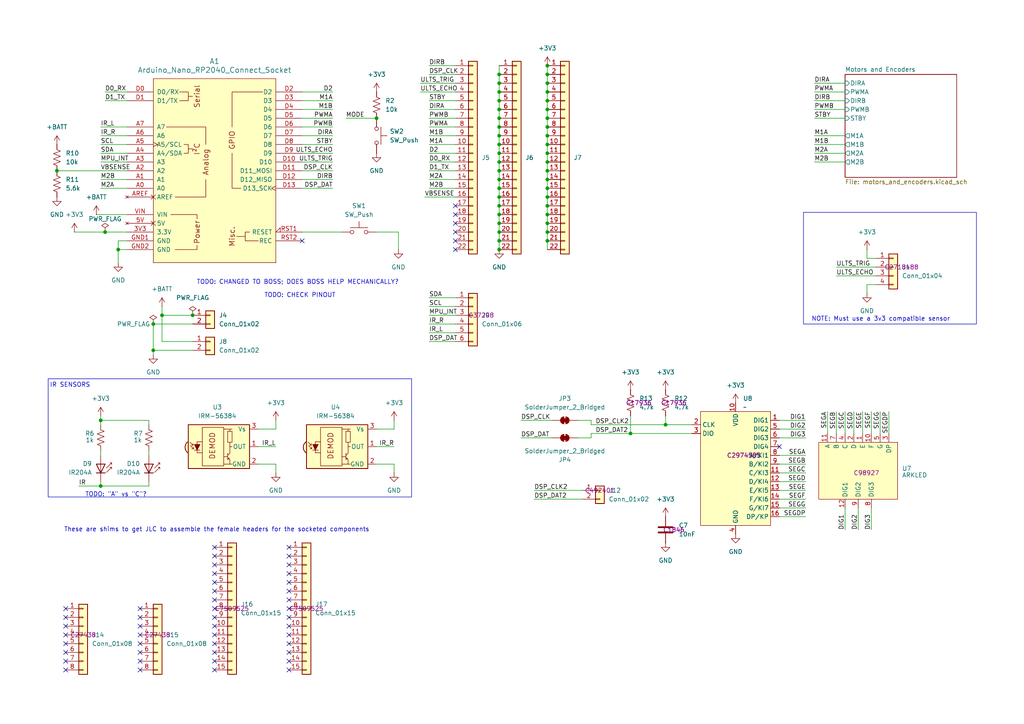
<source format=kicad_sch>
(kicad_sch (version 20250114) (generator "eeschema") (generator_version "9.0")
  (paper "A4")
  (lib_symbols
    (symbol "Arduino:Arduino_Nano_RP2040_Connect_Socket" (pin_names (offset 1.016))
      (property "Reference" "A" (at 0 33.02 0))
      (property "Value" "Arduino_Nano_RP2040_Connect_Socket" (at 0 29.21 0))
      (symbol "Arduino_Nano_RP2040_Connect_Socket_0_0"
        (text "Serial" (at -5.08 21.59 900) (effects (font (size 1.524 1.524))))
        (text "I²C" (at -5.08 6.35 900) (effects (font (size 1.524 1.524))))
        (text "Power" (at -5.08 -17.78 900) (effects (font (size 1.524 1.524))))
        (text "Analog" (at -2.54 2.54 900) (effects (font (size 1.524 1.524))))
        (text "Misc." (at 5.08 -19.05 900) (effects (font (size 1.524 1.524))))
      )
      (symbol "Arduino_Nano_RP2040_Connect_Socket_1_0"
        (text "GPIO" (at 5.08 8.89 900) (effects (font (size 1.524 1.524))))
      )
      (symbol "Arduino_Nano_RP2040_Connect_Socket_1_1"
        (pin bidirectional line (at -25.4 22.86 0) (length 7.62) (name "D0/RX") (number "D0"))
        (pin bidirectional line (at -25.4 20.32 0) (length 7.62) (name "D1/TX") (number "D1"))
        (pin input line (at -25.4 12.7 0) (length 7.62) (name "A7") (number "A7"))
        (pin input line (at -25.4 10.16 0) (length 7.62) (name "A6") (number "A6"))
        (pin bidirectional clock (at -25.4 7.62 0) (length 7.62) (name "A5/SCL") (number "A5"))
        (pin bidirectional line (at -25.4 5.08 0) (length 7.62) (name "A4/SDA") (number "A4"))
        (pin bidirectional line (at -25.4 2.54 0) (length 7.62) (name "A3") (number "A3"))
        (pin bidirectional line (at -25.4 0 0) (length 7.62) (name "A2") (number "A2"))
        (pin bidirectional line (at -25.4 -2.54 0) (length 7.62) (name "A1") (number "A1"))
        (pin bidirectional line (at -25.4 -5.08 0) (length 7.62) (name "A0") (number "A0"))
        (pin no_connect non_logic (at -25.4 -7.62 0) (length 7.62) (name "AREF") (number "AREF"))
        (pin power_in line (at -25.4 -12.7 0) (length 7.62) (name "VIN") (number "VIN"))
        (pin no_connect non_logic (at -25.4 -15.24 0) (length 7.62) (name "5V") (number "5V"))
        (pin power_in line (at -25.4 -17.78 0) (length 7.62) (name "3.3V") (number "3V3"))
        (pin power_in line (at -25.4 -20.32 0) (length 7.62) (name "GND") (number "GND1"))
        (pin power_in line (at -25.4 -22.86 0) (length 7.62) (name "GND") (number "GND2"))
        (pin bidirectional line (at 25.4 22.86 180) (length 7.62) (name "D2") (number "D2"))
        (pin bidirectional line (at 25.4 20.32 180) (length 7.62) (name "D3") (number "D3"))
        (pin bidirectional line (at 25.4 17.78 180) (length 7.62) (name "D4") (number "D4"))
        (pin bidirectional line (at 25.4 15.24 180) (length 7.62) (name "D5") (number "D5"))
        (pin bidirectional line (at 25.4 12.7 180) (length 7.62) (name "D6") (number "D6"))
        (pin bidirectional line (at 25.4 10.16 180) (length 7.62) (name "D7") (number "D7"))
        (pin bidirectional line (at 25.4 7.62 180) (length 7.62) (name "D8") (number "D8"))
        (pin bidirectional line (at 25.4 5.08 180) (length 7.62) (name "D9") (number "D9"))
        (pin bidirectional line (at 25.4 2.54 180) (length 7.62) (name "D10") (number "D10"))
        (pin bidirectional line (at 25.4 0 180) (length 7.62) (name "D11_MOSI") (number "D11"))
        (pin bidirectional line (at 25.4 -2.54 180) (length 7.62) (name "D12_MISO") (number "D12"))
        (pin bidirectional clock (at 25.4 -5.08 180) (length 7.62) (name "D13_SCK") (number "D13"))
        (pin open_collector input_low (at 25.4 -17.78 180) (length 7.62) (name "RESET") (number "RST1"))
        (pin bidirectional line (at 25.4 -20.32 180) (length 7.62) (name "REC") (number "RST2"))
      )
    )
    (symbol "Connector_Generic:Conn_01x02" (pin_names (offset 1.016) (hide yes))
      (property "Reference" "J" (at 0 2.54 0))
      (property "Value" "Conn_01x02" (at 0 -5.08 0))
      (symbol "Conn_01x02_1_1"
        (pin passive line (at -5.08 0 0) (length 3.81) (name "Pin_1") (number "1"))
        (pin passive line (at -5.08 -2.54 0) (length 3.81) (name "Pin_2") (number "2"))
      )
    )
    (symbol "Connector_Generic:Conn_01x04" (pin_names (offset 1.016) (hide yes))
      (property "Reference" "J" (at 0 5.08 0))
      (property "Value" "Conn_01x04" (at 0 -7.62 0))
      (symbol "Conn_01x04_1_1"
        (pin passive line (at -5.08 2.54 0) (length 3.81) (name "Pin_1") (number "1"))
        (pin passive line (at -5.08 0 0) (length 3.81) (name "Pin_2") (number "2"))
        (pin passive line (at -5.08 -2.54 0) (length 3.81) (name "Pin_3") (number "3"))
        (pin passive line (at -5.08 -5.08 0) (length 3.81) (name "Pin_4") (number "4"))
      )
    )
    (symbol "Connector_Generic:Conn_01x06" (pin_names (offset 1.016) (hide yes))
      (property "Reference" "J" (at 0 7.62 0))
      (property "Value" "Conn_01x06" (at 0 -10.16 0))
      (symbol "Conn_01x06_1_1"
        (pin passive line (at -5.08 5.08 0) (length 3.81) (name "Pin_1") (number "1"))
        (pin passive line (at -5.08 2.54 0) (length 3.81) (name "Pin_2") (number "2"))
        (pin passive line (at -5.08 0 0) (length 3.81) (name "Pin_3") (number "3"))
        (pin passive line (at -5.08 -2.54 0) (length 3.81) (name "Pin_4") (number "4"))
        (pin passive line (at -5.08 -5.08 0) (length 3.81) (name "Pin_5") (number "5"))
        (pin passive line (at -5.08 -7.62 0) (length 3.81) (name "Pin_6") (number "6"))
      )
    )
    (symbol "Connector_Generic:Conn_01x08" (pin_names (offset 1.016) (hide yes))
      (property "Reference" "J" (at 0 10.16 0))
      (property "Value" "Conn_01x08" (at 0 -12.7 0))
      (symbol "Conn_01x08_1_1"
        (pin passive line (at -5.08 7.62 0) (length 3.81) (name "Pin_1") (number "1"))
        (pin passive line (at -5.08 5.08 0) (length 3.81) (name "Pin_2") (number "2"))
        (pin passive line (at -5.08 2.54 0) (length 3.81) (name "Pin_3") (number "3"))
        (pin passive line (at -5.08 0 0) (length 3.81) (name "Pin_4") (number "4"))
        (pin passive line (at -5.08 -2.54 0) (length 3.81) (name "Pin_5") (number "5"))
        (pin passive line (at -5.08 -5.08 0) (length 3.81) (name "Pin_6") (number "6"))
        (pin passive line (at -5.08 -7.62 0) (length 3.81) (name "Pin_7") (number "7"))
        (pin passive line (at -5.08 -10.16 0) (length 3.81) (name "Pin_8") (number "8"))
      )
    )
    (symbol "Connector_Generic:Conn_01x15" (pin_names (offset 1.016) (hide yes))
      (property "Reference" "J" (at 0 20.32 0))
      (property "Value" "Conn_01x15" (at 0 -20.32 0))
      (symbol "Conn_01x15_1_1"
        (pin passive line (at -5.08 17.78 0) (length 3.81) (name "Pin_1") (number "1"))
        (pin passive line (at -5.08 15.24 0) (length 3.81) (name "Pin_2") (number "2"))
        (pin passive line (at -5.08 12.7 0) (length 3.81) (name "Pin_3") (number "3"))
        (pin passive line (at -5.08 10.16 0) (length 3.81) (name "Pin_4") (number "4"))
        (pin passive line (at -5.08 7.62 0) (length 3.81) (name "Pin_5") (number "5"))
        (pin passive line (at -5.08 5.08 0) (length 3.81) (name "Pin_6") (number "6"))
        (pin passive line (at -5.08 2.54 0) (length 3.81) (name "Pin_7") (number "7"))
        (pin passive line (at -5.08 0 0) (length 3.81) (name "Pin_8") (number "8"))
        (pin passive line (at -5.08 -2.54 0) (length 3.81) (name "Pin_9") (number "9"))
        (pin passive line (at -5.08 -5.08 0) (length 3.81) (name "Pin_10") (number "10"))
        (pin passive line (at -5.08 -7.62 0) (length 3.81) (name "Pin_11") (number "11"))
        (pin passive line (at -5.08 -10.16 0) (length 3.81) (name "Pin_12") (number "12"))
        (pin passive line (at -5.08 -12.7 0) (length 3.81) (name "Pin_13") (number "13"))
        (pin passive line (at -5.08 -15.24 0) (length 3.81) (name "Pin_14") (number "14"))
        (pin passive line (at -5.08 -17.78 0) (length 3.81) (name "Pin_15") (number "15"))
      )
    )
    (symbol "Connector_Generic:Conn_01x22" (pin_names (offset 1.016) (hide yes))
      (property "Reference" "J" (at 0 27.94 0))
      (property "Value" "Conn_01x22" (at 0 -30.48 0))
      (symbol "Conn_01x22_1_1"
        (pin passive line (at -5.08 25.4 0) (length 3.81) (name "Pin_1") (number "1"))
        (pin passive line (at -5.08 22.86 0) (length 3.81) (name "Pin_2") (number "2"))
        (pin passive line (at -5.08 20.32 0) (length 3.81) (name "Pin_3") (number "3"))
        (pin passive line (at -5.08 17.78 0) (length 3.81) (name "Pin_4") (number "4"))
        (pin passive line (at -5.08 15.24 0) (length 3.81) (name "Pin_5") (number "5"))
        (pin passive line (at -5.08 12.7 0) (length 3.81) (name "Pin_6") (number "6"))
        (pin passive line (at -5.08 10.16 0) (length 3.81) (name "Pin_7") (number "7"))
        (pin passive line (at -5.08 7.62 0) (length 3.81) (name "Pin_8") (number "8"))
        (pin passive line (at -5.08 5.08 0) (length 3.81) (name "Pin_9") (number "9"))
        (pin passive line (at -5.08 2.54 0) (length 3.81) (name "Pin_10") (number "10"))
        (pin passive line (at -5.08 0 0) (length 3.81) (name "Pin_11") (number "11"))
        (pin passive line (at -5.08 -2.54 0) (length 3.81) (name "Pin_12") (number "12"))
        (pin passive line (at -5.08 -5.08 0) (length 3.81) (name "Pin_13") (number "13"))
        (pin passive line (at -5.08 -7.62 0) (length 3.81) (name "Pin_14") (number "14"))
        (pin passive line (at -5.08 -10.16 0) (length 3.81) (name "Pin_15") (number "15"))
        (pin passive line (at -5.08 -12.7 0) (length 3.81) (name "Pin_16") (number "16"))
        (pin passive line (at -5.08 -15.24 0) (length 3.81) (name "Pin_17") (number "17"))
        (pin passive line (at -5.08 -17.78 0) (length 3.81) (name "Pin_18") (number "18"))
        (pin passive line (at -5.08 -20.32 0) (length 3.81) (name "Pin_19") (number "19"))
        (pin passive line (at -5.08 -22.86 0) (length 3.81) (name "Pin_20") (number "20"))
        (pin passive line (at -5.08 -25.4 0) (length 3.81) (name "Pin_21") (number "21"))
        (pin passive line (at -5.08 -27.94 0) (length 3.81) (name "Pin_22") (number "22"))
      )
    )
    (symbol "Custom:AIP650"
      (property "Reference" "U" (at 0 0 0))
      (symbol "AIP650_1_1"
        (pin input line (at -12.7 8.89 0) (length 2.54) (name "CLK") (number "2"))
        (pin bidirectional line (at -12.7 6.35 0) (length 2.54) (name "DIO") (number "3"))
        (pin power_in line (at 0 15.24 270) (length 2.54) (name "VDD") (number "10"))
        (pin power_in line (at 0 -22.86 90) (length 2.54) (name "GND") (number "4"))
        (pin output line (at 12.7 10.16 180) (length 2.54) (name "DIG1") (number "1"))
        (pin output line (at 12.7 7.62 180) (length 2.54) (name "DIG2") (number "5"))
        (pin output line (at 12.7 5.08 180) (length 2.54) (name "DIG3") (number "6"))
        (pin output line (at 12.7 2.54 180) (length 2.54) (name "DIG4") (number "7"))
        (pin bidirectional line (at 12.7 0 180) (length 2.54) (name "A/KI1") (number "8"))
        (pin bidirectional line (at 12.7 -2.54 180) (length 2.54) (name "B/KI2") (number "9"))
        (pin bidirectional line (at 12.7 -5.08 180) (length 2.54) (name "C/KI3") (number "11"))
        (pin bidirectional line (at 12.7 -7.62 180) (length 2.54) (name "D/KI4") (number "12"))
        (pin bidirectional line (at 12.7 -10.16 180) (length 2.54) (name "E/KI5") (number "13"))
        (pin bidirectional line (at 12.7 -12.7 180) (length 2.54) (name "F/KI6") (number "14"))
        (pin bidirectional line (at 12.7 -15.24 180) (length 2.54) (name "G/KI7") (number "15"))
        (pin bidirectional line (at 12.7 -17.78 180) (length 2.54) (name "DP/KP") (number "16"))
      )
    )
    (symbol "Custom:LED_SEGMENT_3DIG"
      (property "Reference" "U" (at 0 0 0))
      (symbol "LED_SEGMENT_3DIG_1_1"
        (pin input line (at -8.89 11.43 270) (length 2.54) (name "A") (number "11"))
        (pin input line (at -6.35 11.43 270) (length 2.54) (name "B") (number "7"))
        (pin input line (at -3.81 11.43 270) (length 2.54) (name "C") (number "4"))
        (pin input line (at -3.81 -10.16 90) (length 2.54) (name "DIG1") (number "12"))
        (pin input line (at -1.27 11.43 270) (length 2.54) (name "D") (number "2"))
        (pin input line (at 0 -10.16 90) (length 2.54) (name "DIG2") (number "9"))
        (pin input line (at 1.27 11.43 270) (length 2.54) (name "E") (number "1"))
        (pin input line (at 3.81 11.43 270) (length 2.54) (name "F") (number "10"))
        (pin input line (at 3.81 -10.16 90) (length 2.54) (name "DIG3") (number "8"))
        (pin input line (at 6.35 11.43 270) (length 2.54) (name "G") (number "5"))
        (pin input line (at 8.89 11.43 270) (length 2.54) (name "DP") (number "3"))
        (pin no_connect non_logic (at 13.97 0 180) (length 2.54) (hide yes) (name "NC") (number "6"))
      )
    )
    (symbol "Device:C" (pin_numbers (hide yes)) (pin_names (offset 0.254))
      (property "Reference" "C" (at 0.635 2.54 0))
      (property "Value" "C" (at 0.635 -2.54 0))
      (symbol "C_1_1"
        (pin passive line (at 0 3.81 270) (length 2.794) (name "~") (number "1"))
        (pin passive line (at 0 -3.81 90) (length 2.794) (name "~") (number "2"))
      )
    )
    (symbol "Device:R_US" (pin_numbers (hide yes)) (pin_names (offset 0))
      (property "Reference" "R" (at 2.54 0 90))
      (property "Value" "R_US" (at -2.54 0 90))
      (symbol "R_US_1_1"
        (pin passive line (at 0 3.81 270) (length 1.27) (name "~") (number "1"))
        (pin passive line (at 0 -3.81 90) (length 1.27) (name "~") (number "2"))
      )
    )
    (symbol "Interface_Optical:TSOP41xx" (pin_names (offset 1.016))
      (property "Reference" "U" (at -10.16 7.62 0))
      (property "Value" "TSOP41xx" (at -10.16 -7.62 0))
      (symbol "TSOP41xx_0_0"
        (text "DEMOD" (at -3.175 0.254 900) (effects (font (size 1.524 1.524))))
      )
      (symbol "TSOP41xx_1_1"
        (pin power_in line (at 10.16 5.08 180) (length 2.54) (name "Vs") (number "3"))
        (pin output line (at 10.16 0 180) (length 2.54) (name "OUT") (number "1"))
        (pin power_in line (at 10.16 -5.08 180) (length 2.54) (name "GND") (number "2"))
      )
    )
    (symbol "Jumper:SolderJumper_2_Bridged" (pin_numbers (hide yes)) (pin_names (offset 0) (hide yes)) (exclude_from_sim yes) (in_bom no)
      (property "Reference" "JP" (at 0 2.032 0))
      (property "Value" "SolderJumper_2_Bridged" (at 0 -2.54 0))
      (symbol "SolderJumper_2_Bridged_1_1"
        (pin passive line (at -3.81 0 0) (length 2.54) (name "A") (number "1"))
        (pin passive line (at 3.81 0 180) (length 2.54) (name "B") (number "2"))
      )
    )
    (symbol "LED:IR204A" (pin_numbers (hide yes)) (pin_names (offset 1.016) (hide yes))
      (property "Reference" "D" (at 0.508 1.778 0))
      (property "Value" "IR204A" (at -1.016 -2.794 0))
      (symbol "IR204A_1_1"
        (pin passive line (at -5.08 0 0) (length 2.54) (name "K") (number "1"))
        (pin passive line (at 2.54 0 180) (length 2.54) (name "A") (number "2"))
      )
    )
    (symbol "Switch:SW_Push" (pin_numbers (hide yes)) (pin_names (offset 1.016) (hide yes))
      (property "Reference" "SW" (at 1.27 2.54 0))
      (property "Value" "SW_Push" (at 0 -1.524 0))
      (symbol "SW_Push_0_1"
        (pin passive line (at -5.08 0 0) (length 2.54) (name "1") (number "1"))
        (pin passive line (at 5.08 0 180) (length 2.54) (name "2") (number "2"))
      )
    )
    (symbol "power:+3V3" (power) (pin_numbers (hide yes)) (pin_names (offset 0) (hide yes))
      (property "Value" "+3V3" (at 0 3.556 0))
      (symbol "+3V3_1_1"
        (pin power_in line (at 0 0 90) (length 0) (name "~") (number "1"))
      )
    )
    (symbol "power:+BATT" (power) (pin_numbers (hide yes)) (pin_names (offset 0) (hide yes))
      (property "Value" "+BATT" (at 0 3.556 0))
      (symbol "+BATT_1_1"
        (pin power_in line (at 0 0 90) (length 0) (name "~") (number "1"))
      )
    )
    (symbol "power:GND" (power) (pin_numbers (hide yes)) (pin_names (offset 0) (hide yes))
      (property "Value" "GND" (at 0 -3.81 0))
      (symbol "GND_1_1"
        (pin power_in line (at 0 0 270) (length 0) (name "~") (number "1"))
      )
    )
    (symbol "power:PWR_FLAG" (power) (pin_numbers (hide yes)) (pin_names (offset 0) (hide yes))
      (property "Value" "PWR_FLAG" (at 0 3.81 0))
      (symbol "PWR_FLAG_0_0"
        (pin power_out line (at 0 0 90) (length 0) (name "~") (number "1"))
      )
    )
  )
  (rectangle (start 233.045 61.595) (end 283.21 93.98))
  (rectangle (start 13.97 109.855) (end 119.38 144.145))
  (text "IR SENSORS" (at 20.32 111.76 0) (effects (font (size 1.27 1.27))))
  (text "TODO: \"A\" vs \"C\"?" (at 33.655 143.51 0) (effects (font (size 1.27 1.27))))
  (text "These are shims to get JLC to assemble the female headers for the socketed components" (at 62.865 153.67 0) (effects (font (size 1.27 1.27))))
  (text "NOTE: Must use a 3v3 compatible sensor" (at 275.59 93.345 0) (effects (font (size 1.27 1.27)) (justify right bottom)))
  (text "TODO: CHECK PINOUT" (at 86.995 85.725 0) (effects (font (size 1.27 1.27))))
  (text "TODO: CHANGED TO BOSS; DOES BOSS HELP MECHANICALLY?" (at 86.36 81.915 0) (effects (font (size 1.27 1.27))))
  (junction (at 158.75 52.07))
  (junction (at 144.78 26.67))
  (junction (at 55.88 91.44))
  (junction (at 158.75 57.15))
  (junction (at 144.78 34.29))
  (junction (at 158.75 41.91))
  (junction (at 158.75 54.61))
  (junction (at 144.78 72.39))
  (junction (at 158.75 62.23))
  (junction (at 144.78 64.77))
  (junction (at 158.75 59.69))
  (junction (at 158.75 26.67))
  (junction (at 144.78 57.15))
  (junction (at 29.21 140.97))
  (junction (at 158.75 24.13))
  (junction (at 144.78 54.61))
  (junction (at 158.75 46.99))
  (junction (at 144.78 44.45))
  (junction (at 144.78 67.31))
  (junction (at 182.88 125.73))
  (junction (at 158.75 29.21))
  (junction (at 158.75 44.45))
  (junction (at 158.75 21.59))
  (junction (at 109.22 34.29))
  (junction (at 34.29 72.39))
  (junction (at 144.78 31.75))
  (junction (at 46.99 91.44))
  (junction (at 29.21 121.92))
  (junction (at 158.75 31.75))
  (junction (at 158.75 19.05))
  (junction (at 144.78 21.59))
  (junction (at 144.78 52.07))
  (junction (at 158.75 69.85))
  (junction (at 144.78 62.23))
  (junction (at 158.75 34.29))
  (junction (at 44.45 101.6))
  (junction (at 144.78 46.99))
  (junction (at 16.51 49.53))
  (junction (at 158.75 67.31))
  (junction (at 158.75 64.77))
  (junction (at 144.78 36.83))
  (junction (at 144.78 49.53))
  (junction (at 144.78 24.13))
  (junction (at 144.78 59.69))
  (junction (at 44.45 93.98))
  (junction (at 144.78 29.21))
  (junction (at 158.75 39.37))
  (junction (at 158.75 49.53))
  (junction (at 193.04 123.19))
  (junction (at 30.48 67.31))
  (junction (at 144.78 39.37))
  (junction (at 158.75 36.83))
  (junction (at 144.78 41.91))
  (junction (at 144.78 69.85))
  (no_connect (at 226.06 129.54))
  (no_connect (at 62.23 181.61))
  (no_connect (at 62.23 186.69))
  (no_connect (at 62.23 158.75))
  (no_connect (at 40.64 176.53))
  (no_connect (at 83.82 181.61))
  (no_connect (at 40.64 189.23))
  (no_connect (at 19.05 191.77))
  (no_connect (at 83.82 168.91))
  (no_connect (at 62.23 171.45))
  (no_connect (at 132.08 69.85))
  (no_connect (at 83.82 194.31))
  (no_connect (at 132.08 62.23))
  (no_connect (at 87.63 69.85))
  (no_connect (at 40.64 181.61))
  (no_connect (at 62.23 173.99))
  (no_connect (at 132.08 64.77))
  (no_connect (at 40.64 184.15))
  (no_connect (at 83.82 191.77))
  (no_connect (at 132.08 67.31))
  (no_connect (at 83.82 186.69))
  (no_connect (at 19.05 194.31))
  (no_connect (at 40.64 194.31))
  (no_connect (at 19.05 189.23))
  (no_connect (at 83.82 179.07))
  (no_connect (at 83.82 166.37))
  (no_connect (at 83.82 189.23))
  (no_connect (at 62.23 194.31))
  (no_connect (at 19.05 181.61))
  (no_connect (at 19.05 186.69))
  (no_connect (at 83.82 184.15))
  (no_connect (at 40.64 186.69))
  (no_connect (at 83.82 173.99))
  (no_connect (at 62.23 161.29))
  (no_connect (at 62.23 184.15))
  (no_connect (at 19.05 176.53))
  (no_connect (at 83.82 171.45))
  (no_connect (at 62.23 168.91))
  (no_connect (at 83.82 163.83))
  (no_connect (at 83.82 176.53))
  (no_connect (at 19.05 179.07))
  (no_connect (at 62.23 166.37))
  (no_connect (at 83.82 158.75))
  (no_connect (at 62.23 179.07))
  (no_connect (at 62.23 191.77))
  (no_connect (at 132.08 72.39))
  (no_connect (at 40.64 179.07))
  (no_connect (at 62.23 176.53))
  (no_connect (at 62.23 189.23))
  (no_connect (at 83.82 161.29))
  (no_connect (at 132.08 59.69))
  (no_connect (at 19.05 184.15))
  (no_connect (at 62.23 163.83))
  (no_connect (at 40.64 191.77))
  (wire (pts (xy 158.75 24.13) (xy 158.75 26.67)))
  (wire (pts (xy 226.06 134.62) (xy 233.68 134.62)))
  (wire (pts (xy 87.63 54.61) (xy 96.52 54.61)))
  (wire (pts (xy 226.06 121.92) (xy 233.68 121.92)))
  (wire (pts (xy 158.75 19.05) (xy 158.75 21.59)))
  (wire (pts (xy 242.57 119.38) (xy 242.57 125.73)))
  (wire (pts (xy 158.75 31.75) (xy 158.75 34.29)))
  (wire (pts (xy 236.22 26.67) (xy 245.11 26.67)))
  (wire (pts (xy 124.46 52.07) (xy 132.08 52.07)))
  (wire (pts (xy 144.78 36.83) (xy 144.78 39.37)))
  (wire (pts (xy 193.04 123.19) (xy 200.66 123.19)))
  (wire (pts (xy 74.93 134.62) (xy 80.01 134.62)))
  (wire (pts (xy 115.57 67.31) (xy 115.57 72.39)))
  (wire (pts (xy 87.63 49.53) (xy 96.52 49.53)))
  (wire (pts (xy 144.78 67.31) (xy 144.78 69.85)))
  (wire (pts (xy 158.75 52.07) (xy 158.75 54.61)))
  (wire (pts (xy 154.94 144.78) (xy 168.91 144.78)))
  (wire (pts (xy 46.99 91.44) (xy 55.88 91.44)))
  (wire (pts (xy 171.45 127) (xy 171.45 125.73)))
  (wire (pts (xy 158.75 41.91) (xy 158.75 44.45)))
  (wire (pts (xy 124.46 99.06) (xy 132.08 99.06)))
  (wire (pts (xy 144.78 44.45) (xy 144.78 46.99)))
  (wire (pts (xy 124.46 36.83) (xy 132.08 36.83)))
  (wire (pts (xy 124.46 46.99) (xy 132.08 46.99)))
  (wire (pts (xy 80.01 121.92) (xy 80.01 124.46)))
  (wire (pts (xy 124.46 34.29) (xy 132.08 34.29)))
  (wire (pts (xy 226.06 147.32) (xy 233.68 147.32)))
  (wire (pts (xy 29.21 54.61) (xy 36.83 54.61)))
  (wire (pts (xy 30.48 67.31) (xy 36.83 67.31)))
  (wire (pts (xy 114.3 134.62) (xy 114.3 137.16)))
  (wire (pts (xy 236.22 34.29) (xy 245.11 34.29)))
  (wire (pts (xy 87.63 52.07) (xy 96.52 52.07)))
  (wire (pts (xy 257.81 119.38) (xy 257.81 125.73)))
  (wire (pts (xy 29.21 140.97) (xy 43.18 140.97)))
  (wire (pts (xy 34.29 72.39) (xy 34.29 76.2)))
  (wire (pts (xy 27.94 62.23) (xy 36.83 62.23)))
  (wire (pts (xy 100.33 34.29) (xy 109.22 34.29)))
  (wire (pts (xy 21.59 67.31) (xy 30.48 67.31)))
  (wire (pts (xy 74.93 124.46) (xy 80.01 124.46)))
  (wire (pts (xy 124.46 44.45) (xy 132.08 44.45)))
  (wire (pts (xy 87.63 34.29) (xy 96.52 34.29)))
  (wire (pts (xy 109.22 124.46) (xy 114.3 124.46)))
  (wire (pts (xy 247.65 119.38) (xy 247.65 125.73)))
  (wire (pts (xy 74.93 129.54) (xy 80.01 129.54)))
  (wire (pts (xy 158.75 34.29) (xy 158.75 36.83)))
  (wire (pts (xy 121.92 24.13) (xy 132.08 24.13)))
  (wire (pts (xy 245.11 147.32) (xy 245.11 153.67)))
  (wire (pts (xy 236.22 46.99) (xy 245.11 46.99)))
  (wire (pts (xy 158.75 57.15) (xy 158.75 59.69)))
  (wire (pts (xy 29.21 41.91) (xy 36.83 41.91)))
  (wire (pts (xy 240.03 119.38) (xy 240.03 125.73)))
  (wire (pts (xy 144.78 26.67) (xy 144.78 29.21)))
  (wire (pts (xy 124.46 31.75) (xy 132.08 31.75)))
  (wire (pts (xy 158.75 69.85) (xy 158.75 72.39)))
  (wire (pts (xy 158.75 49.53) (xy 158.75 52.07)))
  (wire (pts (xy 87.63 31.75) (xy 96.52 31.75)))
  (wire (pts (xy 251.46 74.93) (xy 254 74.93)))
  (wire (pts (xy 87.63 41.91) (xy 96.52 41.91)))
  (wire (pts (xy 124.46 39.37) (xy 132.08 39.37)))
  (wire (pts (xy 250.19 119.38) (xy 250.19 125.73)))
  (wire (pts (xy 182.88 120.65) (xy 182.88 125.73)))
  (wire (pts (xy 144.78 34.29) (xy 144.78 36.83)))
  (wire (pts (xy 167.64 127) (xy 171.45 127)))
  (wire (pts (xy 226.06 132.08) (xy 233.68 132.08)))
  (wire (pts (xy 158.75 46.99) (xy 158.75 49.53)))
  (wire (pts (xy 36.83 69.85) (xy 34.29 69.85)))
  (wire (pts (xy 158.75 44.45) (xy 158.75 46.99)))
  (wire (pts (xy 124.46 29.21) (xy 132.08 29.21)))
  (wire (pts (xy 236.22 41.91) (xy 245.11 41.91)))
  (wire (pts (xy 29.21 120.65) (xy 29.21 121.92)))
  (wire (pts (xy 144.78 19.05) (xy 144.78 21.59)))
  (wire (pts (xy 158.75 36.83) (xy 158.75 39.37)))
  (wire (pts (xy 151.13 121.92) (xy 160.02 121.92)))
  (wire (pts (xy 43.18 139.7) (xy 43.18 140.97)))
  (wire (pts (xy 34.29 69.85) (xy 34.29 72.39)))
  (wire (pts (xy 144.78 39.37) (xy 144.78 41.91)))
  (wire (pts (xy 87.63 36.83) (xy 96.52 36.83)))
  (wire (pts (xy 171.45 125.73) (xy 182.88 125.73)))
  (wire (pts (xy 109.22 129.54) (xy 114.3 129.54)))
  (wire (pts (xy 226.06 124.46) (xy 233.68 124.46)))
  (wire (pts (xy 29.21 140.97) (xy 29.21 139.7)))
  (wire (pts (xy 158.75 29.21) (xy 158.75 31.75)))
  (wire (pts (xy 29.21 52.07) (xy 36.83 52.07)))
  (wire (pts (xy 167.64 121.92) (xy 171.45 121.92)))
  (wire (pts (xy 87.63 39.37) (xy 96.52 39.37)))
  (wire (pts (xy 44.45 93.98) (xy 44.45 101.6)))
  (wire (pts (xy 124.46 93.98) (xy 132.08 93.98)))
  (wire (pts (xy 30.48 26.67) (xy 36.83 26.67)))
  (wire (pts (xy 144.78 31.75) (xy 144.78 34.29)))
  (wire (pts (xy 158.75 67.31) (xy 158.75 69.85)))
  (wire (pts (xy 248.92 147.32) (xy 248.92 153.67)))
  (wire (pts (xy 124.46 49.53) (xy 132.08 49.53)))
  (wire (pts (xy 144.78 46.99) (xy 144.78 49.53)))
  (wire (pts (xy 236.22 29.21) (xy 245.11 29.21)))
  (wire (pts (xy 124.46 86.36) (xy 132.08 86.36)))
  (wire (pts (xy 46.99 99.06) (xy 55.88 99.06)))
  (wire (pts (xy 151.13 127) (xy 160.02 127)))
  (wire (pts (xy 182.88 125.73) (xy 200.66 125.73)))
  (wire (pts (xy 144.78 59.69) (xy 144.78 62.23)))
  (wire (pts (xy 144.78 49.53) (xy 144.78 52.07)))
  (wire (pts (xy 87.63 44.45) (xy 96.52 44.45)))
  (wire (pts (xy 124.46 21.59) (xy 132.08 21.59)))
  (wire (pts (xy 158.75 62.23) (xy 158.75 64.77)))
  (wire (pts (xy 109.22 134.62) (xy 114.3 134.62)))
  (wire (pts (xy 144.78 62.23) (xy 144.78 64.77)))
  (wire (pts (xy 87.63 67.31) (xy 99.06 67.31)))
  (wire (pts (xy 242.57 77.47) (xy 254 77.47)))
  (wire (pts (xy 43.18 121.92) (xy 43.18 123.19)))
  (wire (pts (xy 236.22 39.37) (xy 245.11 39.37)))
  (wire (pts (xy 44.45 93.98) (xy 55.88 93.98)))
  (wire (pts (xy 29.21 132.08) (xy 29.21 130.81)))
  (wire (pts (xy 158.75 54.61) (xy 158.75 57.15)))
  (wire (pts (xy 124.46 96.52) (xy 132.08 96.52)))
  (wire (pts (xy 226.06 137.16) (xy 233.68 137.16)))
  (wire (pts (xy 144.78 41.91) (xy 144.78 44.45)))
  (wire (pts (xy 124.46 19.05) (xy 132.08 19.05)))
  (wire (pts (xy 236.22 31.75) (xy 245.11 31.75)))
  (wire (pts (xy 114.3 121.92) (xy 114.3 124.46)))
  (wire (pts (xy 29.21 44.45) (xy 36.83 44.45)))
  (wire (pts (xy 158.75 39.37) (xy 158.75 41.91)))
  (wire (pts (xy 124.46 54.61) (xy 132.08 54.61)))
  (wire (pts (xy 154.94 142.24) (xy 168.91 142.24)))
  (wire (pts (xy 123.19 57.15) (xy 132.08 57.15)))
  (wire (pts (xy 236.22 24.13) (xy 245.11 24.13)))
  (wire (pts (xy 255.27 119.38) (xy 255.27 125.73)))
  (wire (pts (xy 245.11 119.38) (xy 245.11 125.73)))
  (wire (pts (xy 252.73 147.32) (xy 252.73 153.67)))
  (wire (pts (xy 158.75 21.59) (xy 158.75 24.13)))
  (wire (pts (xy 144.78 21.59) (xy 144.78 24.13)))
  (wire (pts (xy 158.75 64.77) (xy 158.75 67.31)))
  (wire (pts (xy 252.73 119.38) (xy 252.73 125.73)))
  (wire (pts (xy 251.46 82.55) (xy 254 82.55)))
  (wire (pts (xy 144.78 64.77) (xy 144.78 67.31)))
  (wire (pts (xy 158.75 26.67) (xy 158.75 29.21)))
  (wire (pts (xy 124.46 88.9) (xy 132.08 88.9)))
  (wire (pts (xy 158.75 59.69) (xy 158.75 62.23)))
  (wire (pts (xy 22.86 140.97) (xy 29.21 140.97)))
  (wire (pts (xy 121.92 26.67) (xy 132.08 26.67)))
  (wire (pts (xy 29.21 36.83) (xy 36.83 36.83)))
  (wire (pts (xy 251.46 72.39) (xy 251.46 74.93)))
  (wire (pts (xy 144.78 24.13) (xy 144.78 26.67)))
  (wire (pts (xy 44.45 101.6) (xy 44.45 102.87)))
  (wire (pts (xy 44.45 101.6) (xy 55.88 101.6)))
  (wire (pts (xy 193.04 123.19) (xy 193.04 120.65)))
  (wire (pts (xy 87.63 46.99) (xy 96.52 46.99)))
  (wire (pts (xy 87.63 29.21) (xy 96.52 29.21)))
  (wire (pts (xy 30.48 29.21) (xy 36.83 29.21)))
  (wire (pts (xy 34.29 72.39) (xy 36.83 72.39)))
  (wire (pts (xy 29.21 121.92) (xy 43.18 121.92)))
  (wire (pts (xy 226.06 144.78) (xy 233.68 144.78)))
  (wire (pts (xy 144.78 52.07) (xy 144.78 54.61)))
  (wire (pts (xy 29.21 46.99) (xy 36.83 46.99)))
  (wire (pts (xy 226.06 142.24) (xy 233.68 142.24)))
  (wire (pts (xy 251.46 82.55) (xy 251.46 85.09)))
  (wire (pts (xy 171.45 123.19) (xy 193.04 123.19)))
  (wire (pts (xy 171.45 121.92) (xy 171.45 123.19)))
  (wire (pts (xy 80.01 134.62) (xy 80.01 137.16)))
  (wire (pts (xy 242.57 80.01) (xy 254 80.01)))
  (wire (pts (xy 43.18 132.08) (xy 43.18 130.81)))
  (wire (pts (xy 245.11 44.45) (xy 236.22 44.45)))
  (wire (pts (xy 226.06 139.7) (xy 233.68 139.7)))
  (wire (pts (xy 124.46 41.91) (xy 132.08 41.91)))
  (wire (pts (xy 46.99 88.9) (xy 46.99 91.44)))
  (wire (pts (xy 144.78 69.85) (xy 144.78 72.39)))
  (wire (pts (xy 144.78 29.21) (xy 144.78 31.75)))
  (wire (pts (xy 29.21 39.37) (xy 36.83 39.37)))
  (wire (pts (xy 87.63 26.67) (xy 96.52 26.67)))
  (wire (pts (xy 132.08 91.44) (xy 124.46 91.44)))
  (wire (pts (xy 144.78 54.61) (xy 144.78 57.15)))
  (wire (pts (xy 226.06 149.86) (xy 233.68 149.86)))
  (wire (pts (xy 46.99 91.44) (xy 46.99 99.06)))
  (wire (pts (xy 29.21 121.92) (xy 29.21 123.19)))
  (wire (pts (xy 226.06 127) (xy 233.68 127)))
  (wire (pts (xy 109.22 67.31) (xy 115.57 67.31)))
  (wire (pts (xy 144.78 57.15) (xy 144.78 59.69)))
  (wire (pts (xy 16.51 49.53) (xy 36.83 49.53)))
  (label "ULTS_TRIG" (at 242.57 77.47 0))
  (label "SEGC" (at 233.68 137.16 180))
  (label "DIG2" (at 248.92 153.67 90))
  (label "DIRB" (at 96.52 52.07 180))
  (label "MPU_INT" (at 29.21 46.99 0))
  (label "IR_R" (at 29.21 39.37 0))
  (label "SCL" (at 29.21 41.91 0))
  (label "SEGE" (at 250.19 119.38 270))
  (label "PWMB" (at 236.22 31.75 0))
  (label "ULTS_ECHO" (at 96.52 44.45 180))
  (label "SEGF" (at 252.73 119.38 270))
  (label "DIRA" (at 124.46 31.75 0))
  (label "VBSENSE" (at 123.19 57.15 0))
  (label "SEGG" (at 255.27 119.38 270))
  (label "DIRB" (at 236.22 29.21 0))
  (label "SEGD" (at 247.65 119.38 270))
  (label "M2A" (at 29.21 54.61 0))
  (label "MODE" (at 100.33 34.29 0))
  (label "DSP_CLK2" (at 172.72 123.19 0))
  (label "SEGB" (at 233.68 134.62 180))
  (label "DIRA" (at 236.22 24.13 0))
  (label "DIG1" (at 233.68 121.92 180))
  (label "DSP_CLK" (at 151.13 121.92 0))
  (label "SEGD" (at 233.68 139.7 180))
  (label "D0_RX" (at 124.46 46.99 0))
  (label "SEGC" (at 245.11 119.38 270))
  (label "DSP_DAT" (at 96.52 54.61 180))
  (label "STBY" (at 124.46 29.21 0))
  (label "IR_L" (at 29.21 36.83 0))
  (label "IR_L" (at 80.01 129.54 180))
  (label "DIG1" (at 245.11 153.67 90))
  (label "DIRB" (at 124.46 19.05 0))
  (label "M2A" (at 124.46 52.07 0))
  (label "M1A" (at 96.52 29.21 180))
  (label "M2B" (at 124.46 54.61 0))
  (label "SEGA" (at 233.68 132.08 180))
  (label "IR_R" (at 124.46 93.98 0))
  (label "SEGB" (at 242.57 119.38 270))
  (label "ULTS_ECHO" (at 242.57 80.01 0))
  (label "SEGF" (at 233.68 144.78 180))
  (label "M1B" (at 124.46 39.37 0))
  (label "M2A" (at 236.22 44.45 0))
  (label "SEGDP" (at 233.68 149.86 180))
  (label "DSP_CLK" (at 124.46 21.59 0))
  (label "M1A" (at 124.46 41.91 0))
  (label "DIG3" (at 233.68 127 180))
  (label "PWMA" (at 236.22 26.67 0))
  (label "D1_TX" (at 124.46 49.53 0))
  (label "SEGA" (at 240.03 119.38 270))
  (label "D2" (at 96.52 26.67 180))
  (label "DSP_DAT" (at 151.13 127 0))
  (label "IR" (at 22.86 140.97 0))
  (label "VBSENSE" (at 29.21 49.53 0))
  (label "D2" (at 124.46 44.45 0))
  (label "DSP_DAT2" (at 154.94 144.78 0))
  (label "STBY" (at 236.22 34.29 0))
  (label "DSP_CLK" (at 96.52 49.53 180))
  (label "SEGDP" (at 257.81 119.38 270))
  (label "SDA" (at 124.46 86.36 0))
  (label "IR_R" (at 114.3 129.54 180))
  (label "M2B" (at 236.22 46.99 0))
  (label "MPU_INT" (at 124.46 91.44 0))
  (label "D1_TX" (at 30.48 29.21 0))
  (label "IR_L" (at 124.46 96.52 0))
  (label "ULTS_TRIG" (at 121.92 24.13 0))
  (label "M1B" (at 96.52 31.75 180))
  (label "SEGG" (at 233.68 147.32 180))
  (label "PWMB" (at 124.46 34.29 0))
  (label "M2B" (at 29.21 52.07 0))
  (label "ULTS_TRIG" (at 96.52 46.99 180))
  (label "DIG3" (at 252.73 153.67 90))
  (label "SCL" (at 124.46 88.9 0))
  (label "DSP_DAT" (at 124.46 99.06 0))
  (label "DIG2" (at 233.68 124.46 180))
  (label "DSP_CLK2" (at 154.94 142.24 0))
  (label "PWMA" (at 124.46 36.83 0))
  (label "STBY" (at 96.52 41.91 180))
  (label "PWMB" (at 96.52 36.83 180))
  (label "M1B" (at 236.22 41.91 0))
  (label "D0_RX" (at 30.48 26.67 0))
  (label "M1A" (at 236.22 39.37 0))
  (label "SEGE" (at 233.68 142.24 180))
  (label "DIRA" (at 96.52 39.37 180))
  (label "SDA" (at 29.21 44.45 0))
  (label "PWMA" (at 96.52 34.29 180))
  (label "DSP_DAT2" (at 172.72 125.73 0))
  (label "ULTS_ECHO" (at 121.92 26.67 0))
  (symbol (lib_id "Connector_Generic:Conn_01x02") (at 173.99 142.24 0) (unit 1)
    (property "Reference" "J12" (at 176.53 142.2399 0) (effects (justify left)))
    (property "Value" "Conn_01x02" (at 176.53 144.7799 0) (effects (justify left)))
    (property "Footprint" "Connector_PinHeader_2.54mm:PinHeader_1x02_P2.54mm_Vertical" (effects (hide yes)))
    (property "Description" "Generic connector, single row, 01x02, script generated (kicad-library-utils/schlib/autogen/connector/)" (effects (hide yes)))
    (property "JLC P/N" "C492401" (at 173.99 142.24 0))
  )
  (symbol (lib_id "Switch:SW_Push") (at 109.22 39.37 270) (unit 1)
    (property "Reference" "SW2" (at 113.03 38.0999 90) (effects (justify left)))
    (property "Value" "SW_Push" (at 113.03 40.6399 90) (effects (justify left)))
    (property "Footprint" "Button_Switch_THT:SW_PUSH_6mm" (effects (hide yes)))
    (property "Description" "Push button switch, generic, two pins" (effects (hide yes)))
    (property "JLC P/N" "C255811" (effects (hide yes)))
  )
  (symbol (lib_id "Device:R_US") (at 43.18 127 0) (unit 1)
    (property "Reference" "R7" (at 38.735 125.7299 0) (effects (justify left)))
    (property "Value" "1k" (at 38.735 127.635 0) (effects (justify left)))
    (property "Footprint" "Resistor_SMD:R_1206_3216Metric" (effects (hide yes)))
    (property "Description" "Resistor, US symbol" (effects (hide yes)))
    (property "JLC P/N" "     C4410" (effects (hide yes)))
  )
  (symbol (lib_id "power:GND") (at 80.01 137.16 0) (unit 1)
    (property "Reference" "#PWR040" (effects (hide yes)))
    (property "Value" "GND" (at 80.01 142.24 0))
    (property "Description" "Power symbol creates a global label with name \"GND\" , ground" (effects (hide yes)))
  )
  (symbol (lib_id "Connector_Generic:Conn_01x15") (at 67.31 176.53 0) (unit 1)
    (property "Reference" "J16" (at 69.85 175.2599 0) (effects (justify left)))
    (property "Value" "Conn_01x15" (at 69.85 177.7999 0) (effects (justify left)))
    (property "Footprint" "Connector_PinSocket_2.54mm:PinSocket_1x15_P2.54mm_Vertical" (effects (hide yes)))
    (property "Description" "Generic connector, single row, 01x15, script generated (kicad-library-utils/schlib/autogen/connector/)" (effects (hide yes)))
    (property "JLC P/N" "C7509525" (at 67.31 176.53 0))
  )
  (symbol (lib_id "power:GND") (at 16.51 57.15 0) (unit 1)
    (property "Reference" "#PWR018" (effects (hide yes)))
    (property "Value" "GND" (at 16.51 62.23 0))
    (property "Description" "Power symbol creates a global label with name \"GND\" , ground" (effects (hide yes)))
  )
  (symbol (lib_id "Interface_Optical:TSOP41xx") (at 99.06 129.54 0) (unit 1)
    (property "Reference" "U4" (at 97.325 118.11 0))
    (property "Value" "IRM-56384" (at 97.325 120.65 0))
    (property "Footprint" "OptoDevice:Vishay_MOLD-3Pin" (effects (hide yes)))
    (property "Datasheet" "http://www.vishay.com/docs/82460/tsop45.pdf" (effects (hide yes)))
    (property "Description" "IR Receiver Modules for Remote Control Systems" (effects (hide yes)))
    (property "JLC P/N" "     C72048" (effects (hide yes)))
  )
  (symbol (lib_id "power:+3V3") (at 21.59 67.31 0) (unit 1)
    (property "Reference" "#PWR011" (effects (hide yes)))
    (property "Value" "+3V3" (at 21.59 62.23 0))
    (property "Description" "Power symbol creates a global label with name \"+3V3\"" (effects (hide yes)))
  )
  (symbol (lib_id "power:GND") (at 109.22 44.45 0) (unit 1)
    (property "Reference" "#PWR030" (effects (hide yes)))
    (property "Value" "GND" (at 109.22 49.53 0))
    (property "Description" "Power symbol creates a global label with name \"GND\" , ground" (effects (hide yes)))
  )
  (symbol (lib_id "power:+BATT") (at 27.94 62.23 0) (unit 1)
    (property "Reference" "#PWR047" (effects (hide yes)))
    (property "Value" "+BATT" (at 27.94 57.15 0))
    (property "Description" "Power symbol creates a global label with name \"+BATT\"" (effects (hide yes)))
  )
  (symbol (lib_id "Connector_Generic:Conn_01x02") (at 60.96 99.06 0) (unit 1)
    (property "Reference" "J8" (at 63.5 99.0599 0) (effects (justify left)))
    (property "Value" "Conn_01x02" (at 63.5 101.5999 0) (effects (justify left)))
    (property "Footprint" "Connector_PinHeader_2.54mm:PinHeader_1x02_P2.54mm_Vertical" (effects (hide yes)))
    (property "Description" "Generic connector, single row, 01x02, script generated (kicad-library-utils/schlib/autogen/connector/)" (effects (hide yes)))
    (property "JLC P/N" "C492401" (effects (hide yes)))
  )
  (symbol (lib_id "Connector_Generic:Conn_01x04") (at 259.08 77.47 0) (unit 1)
    (property "Reference" "J1" (at 261.62 77.4699 0) (effects (justify left)))
    (property "Value" "Conn_01x04" (at 261.62 80.0099 0) (effects (justify left)))
    (property "Footprint" "Connector_PinSocket_2.54mm:PinSocket_1x04_P2.54mm_Vertical" (effects (hide yes)))
    (property "Description" "Generic connector, single row, 01x04, script generated (kicad-library-utils/schlib/autogen/connector/)" (effects (hide yes)))
    (property "JLC P/N" "     C2718488" (at 259.08 77.47 0))
  )
  (symbol (lib_id "power:GND") (at 213.36 154.94 0) (unit 1)
    (property "Reference" "#PWR032" (effects (hide yes)))
    (property "Value" "GND" (at 213.36 160.02 0))
    (property "Description" "Power symbol creates a global label with name \"GND\" , ground" (effects (hide yes)))
  )
  (symbol (lib_id "power:+3V3") (at 193.04 149.86 0) (unit 1)
    (property "Reference" "#PWR051" (effects (hide yes)))
    (property "Value" "+3V3" (at 193.04 144.78 0))
    (property "Description" "Power symbol creates a global label with name \"+3V3\"" (effects (hide yes)))
  )
  (symbol (lib_id "Device:R_US") (at 193.04 116.84 0) (unit 1)
    (property "Reference" "R12" (at 195.58 115.5699 0) (effects (justify left)))
    (property "Value" "4.7k" (at 195.58 118.1099 0) (effects (justify left)))
    (property "Footprint" "Resistor_SMD:R_1206_3216Metric" (effects (hide yes)))
    (property "Description" "Resistor, US symbol" (effects (hide yes)))
    (property "JLC P/N" "     C17936" (at 193.04 116.84 0))
  )
  (symbol (lib_id "Device:R_US") (at 109.22 30.48 0) (unit 1)
    (property "Reference" "R2" (at 111.76 29.2099 0) (effects (justify left)))
    (property "Value" "10k" (at 111.76 31.7499 0) (effects (justify left)))
    (property "Footprint" "Resistor_SMD:R_1206_3216Metric" (effects (hide yes)))
    (property "Description" "Resistor, US symbol" (effects (hide yes)))
    (property "JLC P/N" "     C17902" (effects (hide yes)))
  )
  (symbol (lib_id "power:GND") (at 44.45 102.87 0) (unit 1)
    (property "Reference" "#PWR045" (effects (hide yes)))
    (property "Value" "GND" (at 44.45 107.95 0))
    (property "Description" "Power symbol creates a global label with name \"GND\" , ground" (effects (hide yes)))
  )
  (symbol (lib_id "power:PWR_FLAG") (at 55.88 91.44 0) (unit 1)
    (property "Reference" "#FLG01" (effects (hide yes)))
    (property "Value" "PWR_FLAG" (at 55.88 86.36 0))
    (property "Description" "Special symbol for telling ERC where power comes from" (effects (hide yes)))
  )
  (symbol (lib_id "power:GND") (at 115.57 72.39 0) (unit 1)
    (property "Reference" "#PWR020" (effects (hide yes)))
    (property "Value" "GND" (at 115.57 77.47 0))
    (property "Description" "Power symbol creates a global label with name \"GND\" , ground" (effects (hide yes)))
  )
  (symbol (lib_id "Device:R_US") (at 182.88 116.84 0) (unit 1)
    (property "Reference" "R13" (at 185.42 115.5699 0) (effects (justify left)))
    (property "Value" "4.7k" (at 185.42 118.1099 0) (effects (justify left)))
    (property "Footprint" "Resistor_SMD:R_1206_3216Metric" (effects (hide yes)))
    (property "Description" "Resistor, US symbol" (effects (hide yes)))
    (property "JLC P/N" "     C17936" (at 182.88 116.84 0))
  )
  (symbol (lib_id "Interface_Optical:TSOP41xx") (at 64.77 129.54 0) (unit 1)
    (property "Reference" "U3" (at 63.035 118.11 0))
    (property "Value" "IRM-56384" (at 63.035 120.65 0))
    (property "Footprint" "OptoDevice:Vishay_MOLD-3Pin" (effects (hide yes)))
    (property "Datasheet" "http://www.vishay.com/docs/82460/tsop45.pdf" (effects (hide yes)))
    (property "Description" "IR Receiver Modules for Remote Control Systems" (effects (hide yes)))
    (property "JLC P/N" "     C72048" (effects (hide yes)))
  )
  (symbol (lib_id "power:+3V3") (at 158.75 19.05 0) (unit 1)
    (property "Reference" "#PWR017" (effects (hide yes)))
    (property "Value" "+3V3" (at 158.75 13.97 0))
    (property "Description" "Power symbol creates a global label with name \"+3V3\"" (effects (hide yes)))
  )
  (symbol (lib_id "power:+3V3") (at 109.22 26.67 0) (unit 1)
    (property "Reference" "#PWR039" (effects (hide yes)))
    (property "Value" "+3V3" (at 109.22 21.59 0))
    (property "Description" "Power symbol creates a global label with name \"+3V3\"" (effects (hide yes)))
  )
  (symbol (lib_id "power:+3V3") (at 251.46 72.39 0) (unit 1)
    (property "Reference" "#PWR03" (effects (hide yes)))
    (property "Value" "+3V3" (at 251.46 67.31 0))
    (property "Description" "Power symbol creates a global label with name \"+3V3\"" (effects (hide yes)))
  )
  (symbol (lib_id "Custom:AIP650") (at 213.36 132.08 0) (unit 1)
    (property "Reference" "U8" (at 215.5033 115.57 0) (effects (justify left)))
    (property "Value" "~" (at 215.5033 118.11 0) (effects (justify left)))
    (property "Footprint" "Package_SO:SOP-16_3.9x9.9mm_P1.27mm" (effects (hide yes)))
    (property "JLC P/N" "     C2974585" (at 213.36 132.08 0))
  )
  (symbol (lib_id "power:+BATT") (at 46.99 88.9 0) (unit 1)
    (property "Reference" "#PWR046" (effects (hide yes)))
    (property "Value" "+BATT" (at 46.99 83.82 0))
    (property "Description" "Power symbol creates a global label with name \"+BATT\"" (effects (hide yes)))
  )
  (symbol (lib_id "Connector_Generic:Conn_01x06") (at 137.16 91.44 0) (unit 1)
    (property "Reference" "J9" (at 139.7 91.4399 0) (effects (justify left)))
    (property "Value" "Conn_01x06" (at 139.7 93.9799 0) (effects (justify left)))
    (property "Footprint" "Connector_PinHeader_2.54mm:PinHeader_1x06_P2.54mm_Vertical" (effects (hide yes)))
    (property "Description" "Generic connector, single row, 01x06, script generated (kicad-library-utils/schlib/autogen/connector/)" (effects (hide yes)))
    (property "JLC P/N" "     C37208" (at 137.16 91.44 0))
  )
  (symbol (lib_id "Custom:LED_SEGMENT_3DIG") (at 248.92 137.16 0) (unit 1)
    (property "Reference" "U7" (at 261.62 135.8899 0) (effects (justify left)))
    (property "Value" "ARKLED" (at 261.62 137.795 0) (effects (justify left)))
    (property "Footprint" "Custom:ARKLED(Wuxi ARK Tech Elec) SP420361N" (effects (hide yes)))
    (property "JLC P/N" " 	 C98927 " (at 248.92 137.16 0))
  )
  (symbol (lib_id "Arduino:Arduino_Nano_RP2040_Connect_Socket") (at 62.23 49.53 0) (unit 1)
    (property "Reference" "A1" (at 62.23 17.78 0) (effects (font (size 1.524 1.524))))
    (property "Value" "Arduino_Nano_RP2040_Connect_Socket" (at 62.23 20.32 0) (effects (font (size 1.524 1.524))))
    (property "Footprint" "Arduino:Arduino_Nano_Every_Socket" (effects (hide yes)))
    (property "Datasheet" "https://docs.arduino.cc/hardware/nano-rp2040-connect" (effects (hide yes)))
    (property "Description" "Socket for Arduino Nano RP2040 Connect" (effects (hide yes)))
  )
  (symbol (lib_id "power:PWR_FLAG") (at 44.45 93.98 0) (unit 1)
    (property "Reference" "#FLG02" (effects (hide yes)))
    (property "Value" "PWR_FLAG" (at 38.735 93.98 0))
    (property "Description" "Special symbol for telling ERC where power comes from" (effects (hide yes)))
  )
  (symbol (lib_id "Device:R_US") (at 29.21 127 180) (unit 1)
    (property "Reference" "R6" (at 26.035 125.73 0))
    (property "Value" "1k" (at 26.035 127.635 0))
    (property "Footprint" "Resistor_SMD:R_1206_3216Metric" (effects (hide yes)))
    (property "Description" "Resistor, US symbol" (effects (hide yes)))
    (property "JLC P/N" "     C4410" (effects (hide yes)))
  )
  (symbol (lib_id "power:GND") (at 114.3 137.16 0) (unit 1)
    (property "Reference" "#PWR043" (effects (hide yes)))
    (property "Value" "GND" (at 114.3 142.24 0))
    (property "Description" "Power symbol creates a global label with name \"GND\" , ground" (effects (hide yes)))
  )
  (symbol (lib_id "Device:R_US") (at 16.51 53.34 0) (unit 1)
    (property "Reference" "R11" (at 19.05 52.0699 0) (effects (justify left)))
    (property "Value" "5.6k" (at 19.05 54.6099 0) (effects (justify left)))
    (property "Footprint" "Resistor_SMD:R_1206_3216Metric" (effects (hide yes)))
    (property "Description" "Resistor, US symbol" (effects (hide yes)))
    (property "JLC P/N" "     C18028" (effects (hide yes)))
  )
  (symbol (lib_id "Switch:SW_Push") (at 104.14 67.31 0) (unit 1)
    (property "Reference" "SW1" (at 104.14 59.69 0))
    (property "Value" "SW_Push" (at 104.14 62.23 0))
    (property "Footprint" "Button_Switch_THT:SW_PUSH_6mm" (effects (hide yes)))
    (property "Description" "Push button switch, generic, two pins" (effects (hide yes)))
    (property "JLC P/N" "C255811" (effects (hide yes)))
  )
  (symbol (lib_id "Connector_Generic:Conn_01x22") (at 149.86 44.45 0) (unit 1)
    (property "Reference" "J6" (at 152.4 45.7199 0) (effects (justify left)))
    (property "Value" "Conn_01x22" (effects (hide yes)))
    (property "Footprint" "Connector_PinHeader_2.54mm:PinHeader_1x22_P2.54mm_Vertical" (effects (hide yes)))
    (property "Description" "Generic connector, single row, 01x22, script generated (kicad-library-utils/schlib/autogen/connector/)" (effects (hide yes)))
    (property "JLC P/N" "C725954" (effects (hide yes)))
  )
  (symbol (lib_id "Connector_Generic:Conn_01x08") (at 45.72 184.15 0) (unit 1)
    (property "Reference" "J15" (at 48.26 184.1499 0) (effects (justify left)))
    (property "Value" "Conn_01x08" (at 48.26 186.6899 0) (effects (justify left)))
    (property "Footprint" "Connector_PinSocket_2.54mm:PinSocket_1x08_P2.54mm_Vertical" (effects (hide yes)))
    (property "Description" "Generic connector, single row, 01x08, script generated (kicad-library-utils/schlib/autogen/connector/)" (effects (hide yes)))
    (property "JLC P/N" "C27438" (at 45.72 184.15 0))
  )
  (symbol (lib_id "Connector_Generic:Conn_01x08") (at 24.13 184.15 0) (unit 1)
    (property "Reference" "J14" (at 26.67 184.1499 0) (effects (justify left)))
    (property "Value" "Conn_01x08" (at 26.67 186.6899 0) (effects (justify left)))
    (property "Footprint" "Connector_PinSocket_2.54mm:PinSocket_1x08_P2.54mm_Vertical" (effects (hide yes)))
    (property "Description" "Generic connector, single row, 01x08, script generated (kicad-library-utils/schlib/autogen/connector/)" (effects (hide yes)))
    (property "JLC P/N" "C27438" (at 24.13 184.15 0))
  )
  (symbol (lib_id "power:GND") (at 34.29 76.2 0) (unit 1)
    (property "Reference" "#PWR02" (effects (hide yes)))
    (property "Value" "GND" (at 34.29 81.28 0))
    (property "Description" "Power symbol creates a global label with name \"GND\" , ground" (effects (hide yes)))
  )
  (symbol (lib_id "power:+3V3") (at 182.88 113.03 0) (unit 1)
    (property "Reference" "#PWR036" (effects (hide yes)))
    (property "Value" "+3V3" (at 182.88 107.95 0))
    (property "Description" "Power symbol creates a global label with name \"+3V3\"" (effects (hide yes)))
  )
  (symbol (lib_id "Device:C") (at 193.04 153.67 0) (unit 1)
    (property "Reference" "C7" (at 196.85 152.3999 0) (effects (justify left)))
    (property "Value" "10nF" (at 196.85 154.9399 0) (effects (justify left)))
    (property "Footprint" "Capacitor_SMD:C_1206_3216Metric" (effects (hide yes)))
    (property "Description" "Unpolarized capacitor" (effects (hide yes)))
    (property "JLC P/N" "     C1846" (at 193.04 153.67 0))
  )
  (symbol (lib_id "power:+3V3") (at 80.01 121.92 0) (unit 1)
    (property "Reference" "#PWR041" (effects (hide yes)))
    (property "Value" "+3V3" (at 80.01 116.84 0))
    (property "Description" "Power symbol creates a global label with name \"+3V3\"" (effects (hide yes)))
  )
  (symbol (lib_id "Connector_Generic:Conn_01x22") (at 137.16 44.45 0) (unit 1)
    (property "Reference" "J5" (at 139.7 45.7199 0) (effects (justify left)))
    (property "Value" "Conn_01x22" (effects (hide yes)))
    (property "Footprint" "Connector_PinHeader_2.54mm:PinHeader_1x22_P2.54mm_Vertical" (effects (hide yes)))
    (property "Description" "Generic connector, single row, 01x22, script generated (kicad-library-utils/schlib/autogen/connector/)" (effects (hide yes)))
    (property "JLC P/N" "C725954" (effects (hide yes)))
  )
  (symbol (lib_id "LED:IR204A") (at 43.18 134.62 270) (mirror x) (unit 1)
    (property "Reference" "D10" (at 40.64 134.4929 90) (effects (justify right)))
    (property "Value" "IR204A" (at 40.64 137.0329 90) (effects (justify right)))
    (property "Footprint" "LED_THT:LED_D3.0mm_IRBlack" (effects (hide yes)))
    (property "Datasheet" "http://www.everlight.com/file/ProductFile/IR204-A.pdf" (effects (hide yes)))
    (property "Description" "Infrared LED , 3mm LED package" (effects (hide yes)))
    (property "JLC P/N" "C2936547" (effects (hide yes)))
  )
  (symbol (lib_id "LED:IR204A") (at 29.21 134.62 270) (mirror x) (unit 1)
    (property "Reference" "D9" (at 26.67 134.4929 90) (effects (justify right)))
    (property "Value" "IR204A" (at 26.67 137.0329 90) (effects (justify right)))
    (property "Footprint" "LED_THT:LED_D3.0mm_IRBlack" (effects (hide yes)))
    (property "Datasheet" "http://www.everlight.com/file/ProductFile/IR204-A.pdf" (effects (hide yes)))
    (property "Description" "Infrared LED , 3mm LED package" (effects (hide yes)))
    (property "JLC P/N" "C2936547" (effects (hide yes)))
  )
  (symbol (lib_id "power:GND") (at 144.78 72.39 0) (unit 1)
    (property "Reference" "#PWR016" (effects (hide yes)))
    (property "Value" "GND" (at 144.78 77.47 0))
    (property "Description" "Power symbol creates a global label with name \"GND\" , ground" (effects (hide yes)))
  )
  (symbol (lib_id "Connector_Generic:Conn_01x15") (at 88.9 176.53 0) (unit 1)
    (property "Reference" "J17" (at 91.44 175.2599 0) (effects (justify left)))
    (property "Value" "Conn_01x15" (at 91.44 177.7999 0) (effects (justify left)))
    (property "Footprint" "Connector_PinSocket_2.54mm:PinSocket_1x15_P2.54mm_Vertical" (effects (hide yes)))
    (property "Description" "Generic connector, single row, 01x15, script generated (kicad-library-utils/schlib/autogen/connector/)" (effects (hide yes)))
    (property "JLC P/N" "C7509525" (at 88.9 176.53 0))
  )
  (symbol (lib_id "power:+3V3") (at 213.36 116.84 0) (unit 1)
    (property "Reference" "#PWR034" (effects (hide yes)))
    (property "Value" "+3V3" (at 213.36 111.76 0))
    (property "Description" "Power symbol creates a global label with name \"+3V3\"" (effects (hide yes)))
  )
  (symbol (lib_id "Device:R_US") (at 16.51 45.72 0) (unit 1)
    (property "Reference" "R10" (at 19.05 44.4499 0) (effects (justify left)))
    (property "Value" "10k" (at 19.05 46.9899 0) (effects (justify left)))
    (property "Footprint" "Resistor_SMD:R_1206_3216Metric" (effects (hide yes)))
    (property "Description" "Resistor, US symbol" (effects (hide yes)))
    (property "JLC P/N" "     C17902" (effects (hide yes)))
  )
  (symbol (lib_id "power:PWR_FLAG") (at 30.48 67.31 0) (unit 1)
    (property "Reference" "#FLG03" (effects (hide yes)))
    (property "Value" "PWR_FLAG" (at 30.48 63.5 0))
    (property "Description" "Special symbol for telling ERC where power comes from" (effects (hide yes)))
  )
  (symbol (lib_id "power:+BATT") (at 16.51 41.91 0) (unit 1)
    (property "Reference" "#PWR019" (effects (hide yes)))
    (property "Value" "+BATT" (at 16.51 36.83 0))
    (property "Description" "Power symbol creates a global label with name \"+BATT\"" (effects (hide yes)))
  )
  (symbol (lib_id "power:+3V3") (at 114.3 121.92 0) (unit 1)
    (property "Reference" "#PWR042" (effects (hide yes)))
    (property "Value" "+3V3" (at 114.3 116.84 0))
    (property "Description" "Power symbol creates a global label with name \"+3V3\"" (effects (hide yes)))
  )
  (symbol (lib_id "power:GND") (at 251.46 85.09 0) (unit 1)
    (property "Reference" "#PWR04" (effects (hide yes)))
    (property "Value" "GND" (at 251.46 90.17 0))
    (property "Description" "Power symbol creates a global label with name \"GND\" , ground" (effects (hide yes)))
  )
  (symbol (lib_id "Connector_Generic:Conn_01x22") (at 163.83 44.45 0) (unit 1)
    (property "Reference" "J7" (at 166.37 45.7199 0) (effects (justify left)))
    (property "Value" "Conn_01x22" (effects (hide yes)))
    (property "Footprint" "Connector_PinHeader_2.54mm:PinHeader_1x22_P2.54mm_Vertical" (effects (hide yes)))
    (property "Description" "Generic connector, single row, 01x22, script generated (kicad-library-utils/schlib/autogen/connector/)" (effects (hide yes)))
    (property "JLC P/N" "C725954" (effects (hide yes)))
  )
  (symbol (lib_id "power:GND") (at 193.04 157.48 0) (unit 1)
    (property "Reference" "#PWR050" (effects (hide yes)))
    (property "Value" "GND" (at 193.04 162.56 0))
    (property "Description" "Power symbol creates a global label with name \"GND\" , ground" (effects (hide yes)))
  )
  (symbol (lib_id "Jumper:SolderJumper_2_Bridged") (at 163.83 121.92 0) (unit 1) (exclude_from_sim yes) (in_bom no)
    (property "Reference" "JP3" (at 163.83 115.57 0))
    (property "Value" "SolderJumper_2_Bridged" (at 163.83 118.11 0))
    (property "Footprint" "Jumper:SolderJumper-2_P1.3mm_Bridged_RoundedPad1.0x1.5mm" (effects (hide yes)))
    (property "Description" "Solder Jumper, 2-pole, closed/bridged" (effects (hide yes)))
  )
  (symbol (lib_id "power:+3V3") (at 29.21 120.65 0) (unit 1)
    (property "Reference" "#PWR044" (effects (hide yes)))
    (property "Value" "+3V3" (at 29.21 115.57 0))
    (property "Description" "Power symbol creates a global label with name \"+3V3\"" (effects (hide yes)))
  )
  (symbol (lib_id "Jumper:SolderJumper_2_Bridged") (at 163.83 127 0) (mirror x) (unit 1) (exclude_from_sim yes) (in_bom no)
    (property "Reference" "JP4" (at 163.83 133.35 0))
    (property "Value" "SolderJumper_2_Bridged" (at 163.83 130.81 0))
    (property "Footprint" "Jumper:SolderJumper-2_P1.3mm_Bridged_RoundedPad1.0x1.5mm" (effects (hide yes)))
    (property "Description" "Solder Jumper, 2-pole, closed/bridged" (effects (hide yes)))
  )
  (symbol (lib_id "Connector_Generic:Conn_01x02") (at 60.96 91.44 0) (unit 1)
    (property "Reference" "J4" (at 63.5 91.4399 0) (effects (justify left)))
    (property "Value" "Conn_01x02" (at 63.5 93.9799 0) (effects (justify left)))
    (property "Footprint" "Connector_JST:JST_XH_S2B-XH-A-1_1x02_P2.50mm_Horizontal" (effects (hide yes)))
    (property "Description" "Generic connector, single row, 01x02, script generated (kicad-library-utils/schlib/autogen/connector/)" (effects (hide yes)))
    (property "JLC P/N" "C163035" (effects (hide yes)))
  )
  (symbol (lib_id "power:+3V3") (at 193.04 113.03 0) (unit 1)
    (property "Reference" "#PWR038" (effects (hide yes)))
    (property "Value" "+3V3" (at 193.04 107.95 0))
    (property "Description" "Power symbol creates a global label with name \"+3V3\"" (effects (hide yes)))
  )
  (sheet (at 245.11 21.59) (size 32.385 29.845) (stroke (width 0.1524))
    (property "Sheetname" "Motors and Encoders" (at 245.11 20.8784 0) (effects (justify left bottom)))
    (property "Sheetfile" "motors_and_encoders.kicad_sch" (at 245.11 52.0196 0) (effects (justify left top)))
    (pin "DIRA" input (at 245.11 24.13 180))
    (pin "DIRB" input (at 245.11 29.21 180))
    (pin "M1A" output (at 245.11 39.37 180))
    (pin "M1B" output (at 245.11 41.91 180))
    (pin "M2A" output (at 245.11 44.45 180))
    (pin "M2B" output (at 245.11 46.99 180))
    (pin "PWMA" input (at 245.11 26.67 180))
    (pin "PWMB" input (at 245.11 31.75 180))
    (pin "STBY" input (at 245.11 34.29 180))
  )
)
</source>
